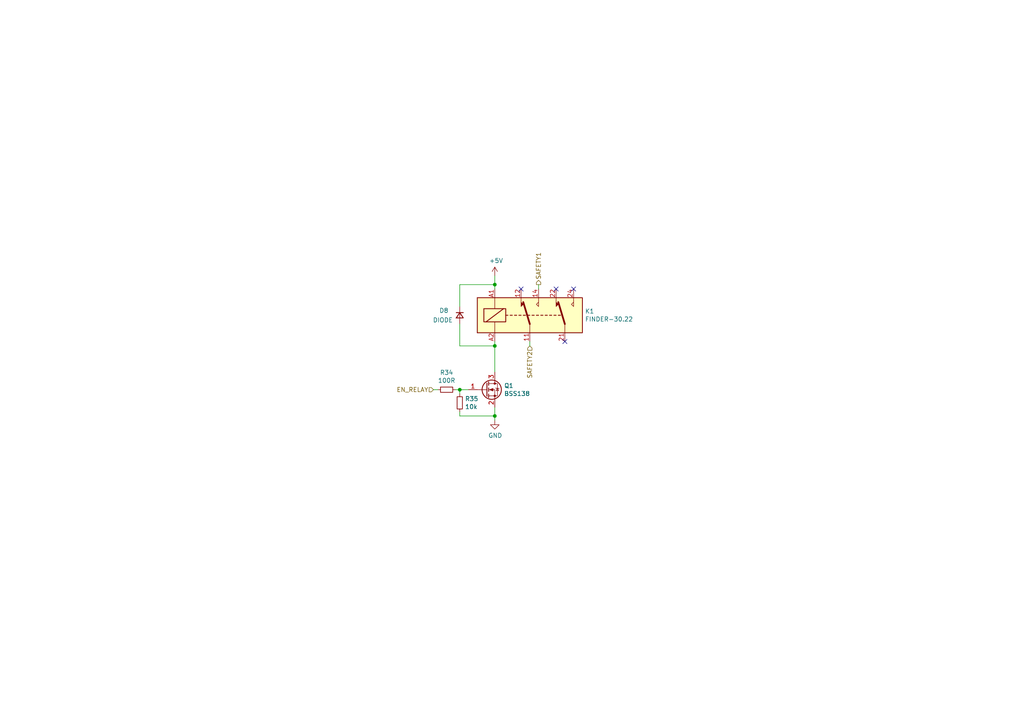
<source format=kicad_sch>
(kicad_sch (version 20230121) (generator eeschema)
  (paper "A4")
  (title_block (title "Safety Relay") (date "2023-04-22") (rev "2.0") (company "S. Sambor") (comment 1 "J. Jurczak") (comment 2 "P. Gawron") (comment 3 "I. Kajdan"))
  (lib_symbols
    (symbol "Device:D_Small" (pin_numbers hide) (pin_names (offset 0.254) hide)
      (property "Reference" "D" (at -1.27 2.032 0))
      (property "Value" "D_Small" (at -3.81 -2.032 0))
      (symbol "D_Small_0_1"
        (polyline (pts (xy -0.762 -1.016) (xy -0.762 1.016)) (stroke (width 0.254)))
        (polyline (pts (xy -0.762 0) (xy 0.762 0)))
        (polyline (pts (xy 0.762 -1.016) (xy -0.762 0) (xy 0.762 1.016) (xy 0.762 -1.016)) (stroke (width 0.254)))
      )
      (symbol "D_Small_1_1"
        (pin passive line (at -2.54 0 0) (length 1.778) (name "K") (number "1"))
        (pin passive line (at 2.54 0 180) (length 1.778) (name "A") (number "2"))
      )
    )
    (symbol "Device:R_Small" (pin_numbers hide) (pin_names (offset 0.254) hide)
      (property "Reference" "R" (at 0.762 0.508 0))
      (property "Value" "R_Small" (at 0.762 -1.016 0))
      (symbol "R_Small_0_1"
        (rectangle (start -0.762 1.778) (end 0.762 -1.778) (stroke (width 0.2032)))
      )
      (symbol "R_Small_1_1"
        (pin passive line (at 0 2.54 270) (length 0.762) (name "~") (number "1"))
        (pin passive line (at 0 -2.54 90) (length 0.762) (name "~") (number "2"))
      )
    )
    (symbol "Relay:FINDER-30.22"
      (property "Reference" "K" (at 16.51 3.81 0))
      (property "Value" "FINDER-30.22" (at 16.51 1.27 0))
      (symbol "FINDER-30.22_0_0"
        (polyline (pts (xy -2.54 5.08) (xy -2.54 2.54) (xy -1.905 3.175) (xy -2.54 3.81)) (fill (type outline)))
        (polyline (pts (xy 2.54 5.08) (xy 2.54 2.54) (xy 1.905 3.175) (xy 2.54 3.81)))
        (polyline (pts (xy 7.62 5.08) (xy 7.62 2.54) (xy 8.255 3.175) (xy 7.62 3.81)) (fill (type outline)))
        (polyline (pts (xy 12.7 5.08) (xy 12.7 2.54) (xy 12.065 3.175) (xy 12.7 3.81)))
      )
      (symbol "FINDER-30.22_0_1"
        (rectangle (start -15.24 5.08) (end 15.24 -5.08) (stroke (width 0.254)) (fill (type background)))
        (rectangle (start -13.335 1.905) (end -6.985 -1.905) (stroke (width 0.254)))
        (polyline (pts (xy -12.7 -1.905) (xy -7.62 1.905)) (stroke (width 0.254)))
        (polyline (pts (xy -10.16 -5.08) (xy -10.16 -1.905)))
        (polyline (pts (xy -10.16 5.08) (xy -10.16 1.905)))
        (polyline (pts (xy -6.985 0) (xy -6.35 0)) (stroke (width 0.254)))
        (polyline (pts (xy -5.715 0) (xy -5.08 0)) (stroke (width 0.254)))
        (polyline (pts (xy -4.445 0) (xy -3.81 0)) (stroke (width 0.254)))
        (polyline (pts (xy -3.175 0) (xy -2.54 0)) (stroke (width 0.254)))
        (polyline (pts (xy -1.905 0) (xy -1.27 0)) (stroke (width 0.254)))
        (polyline (pts (xy -0.635 0) (xy 0 0)) (stroke (width 0.254)))
        (polyline (pts (xy 0 -2.54) (xy -1.905 3.81)) (stroke (width 0.508)))
        (polyline (pts (xy 0 -2.54) (xy 0 -5.08)))
        (polyline (pts (xy 0.635 0) (xy 1.27 0)) (stroke (width 0.254)))
        (polyline (pts (xy 1.905 0) (xy 2.54 0)) (stroke (width 0.254)))
        (polyline (pts (xy 3.175 0) (xy 3.81 0)) (stroke (width 0.254)))
        (polyline (pts (xy 4.445 0) (xy 5.08 0)) (stroke (width 0.254)))
        (polyline (pts (xy 5.715 0) (xy 6.35 0)) (stroke (width 0.254)))
        (polyline (pts (xy 6.985 0) (xy 7.62 0)) (stroke (width 0.254)))
        (polyline (pts (xy 8.255 0) (xy 8.89 0)) (stroke (width 0.254)))
        (polyline (pts (xy 10.16 -2.54) (xy 8.255 3.81)) (stroke (width 0.508)))
        (polyline (pts (xy 10.16 -2.54) (xy 10.16 -5.08)))
      )
      (symbol "FINDER-30.22_1_1"
        (pin passive line (at 0 -7.62 90) (length 2.54) (name "~") (number "11"))
        (pin passive line (at -2.54 7.62 270) (length 2.54) (name "~") (number "12"))
        (pin passive line (at 2.54 7.62 270) (length 2.54) (name "~") (number "14"))
        (pin passive line (at 10.16 -7.62 90) (length 2.54) (name "~") (number "21"))
        (pin passive line (at 7.62 7.62 270) (length 2.54) (name "~") (number "22"))
        (pin passive line (at 12.7 7.62 270) (length 2.54) (name "~") (number "24"))
        (pin passive line (at -10.16 7.62 270) (length 2.54) (name "~") (number "A1"))
        (pin passive line (at -10.16 -7.62 90) (length 2.54) (name "~") (number "A2"))
      )
    )
    (symbol "Transistor_FET:BSS138" (pin_names hide)
      (property "Reference" "Q" (at 5.08 1.905 0))
      (property "Value" "BSS138" (at 5.08 0 0))
      (symbol "BSS138_0_1"
        (polyline (pts (xy 0.254 0) (xy -2.54 0)))
        (polyline (pts (xy 0.254 1.905) (xy 0.254 -1.905)) (stroke (width 0.254)))
        (polyline (pts (xy 0.762 -1.27) (xy 0.762 -2.286)) (stroke (width 0.254)))
        (polyline (pts (xy 0.762 0.508) (xy 0.762 -0.508)) (stroke (width 0.254)))
        (polyline (pts (xy 0.762 2.286) (xy 0.762 1.27)) (stroke (width 0.254)))
        (polyline (pts (xy 2.54 2.54) (xy 2.54 1.778)))
        (polyline (pts (xy 2.54 -2.54) (xy 2.54 0) (xy 0.762 0)))
        (polyline (pts (xy 0.762 -1.778) (xy 3.302 -1.778) (xy 3.302 1.778) (xy 0.762 1.778)))
        (polyline (pts (xy 1.016 0) (xy 2.032 0.381) (xy 2.032 -0.381) (xy 1.016 0)) (fill (type outline)))
        (polyline (pts (xy 2.794 0.508) (xy 2.921 0.381) (xy 3.683 0.381) (xy 3.81 0.254)))
        (polyline (pts (xy 3.302 0.381) (xy 2.921 -0.254) (xy 3.683 -0.254) (xy 3.302 0.381)))
        (circle (center 1.651 0) (radius 2.794) (stroke (width 0.254)))
        (circle (center 2.54 -1.778) (radius 0.254) (fill (type outline)))
        (circle (center 2.54 1.778) (radius 0.254) (fill (type outline)))
      )
      (symbol "BSS138_1_1"
        (pin input line (at -5.08 0 0) (length 2.54) (name "G") (number "1"))
        (pin passive line (at 2.54 -5.08 90) (length 2.54) (name "S") (number "2"))
        (pin passive line (at 2.54 5.08 270) (length 2.54) (name "D") (number "3"))
      )
    )
    (symbol "power:+5V" (power) (pin_names (offset 0))
      (property "Value" "+5V" (at 0 3.556 0))
      (symbol "+5V_0_1"
        (polyline (pts (xy -0.762 1.27) (xy 0 2.54)))
        (polyline (pts (xy 0 0) (xy 0 2.54)))
        (polyline (pts (xy 0 2.54) (xy 0.762 1.27)))
      )
      (symbol "+5V_1_1"
        (pin power_in line (at 0 0 90) (length 0) hide (name "+5V") (number "1"))
      )
    )
    (symbol "power:GND" (power) (pin_names (offset 0))
      (property "Value" "GND" (at 0 -3.81 0))
      (symbol "GND_0_1"
        (polyline (pts (xy 0 0) (xy 0 -1.27) (xy 1.27 -1.27) (xy 0 -2.54) (xy -1.27 -1.27) (xy 0 -1.27)))
      )
      (symbol "GND_1_1"
        (pin power_in line (at 0 0 270) (length 0) hide (name "GND") (number "1"))
      )
    )
  )
  (junction (at 143.51 82.55))
  (junction (at 143.51 120.65))
  (junction (at 133.35 113.03))
  (junction (at 143.51 100.33))
  (no_connect (at 163.83 99.06))
  (no_connect (at 151.13 83.82))
  (no_connect (at 161.29 83.82))
  (no_connect (at 166.37 83.82))
  (wire (pts (xy 133.35 100.33) (xy 143.51 100.33)))
  (wire (pts (xy 143.51 100.33) (xy 143.51 107.95)))
  (wire (pts (xy 133.35 113.03) (xy 133.35 114.3)))
  (wire (pts (xy 153.67 99.06) (xy 153.67 100.33)))
  (wire (pts (xy 133.35 82.55) (xy 133.35 88.9)))
  (wire (pts (xy 156.21 83.82) (xy 156.21 82.55)))
  (wire (pts (xy 143.51 118.11) (xy 143.51 120.65)))
  (wire (pts (xy 133.35 120.65) (xy 143.51 120.65)))
  (wire (pts (xy 135.89 113.03) (xy 133.35 113.03)))
  (wire (pts (xy 133.35 82.55) (xy 143.51 82.55)))
  (wire (pts (xy 143.51 100.33) (xy 143.51 99.06)))
  (wire (pts (xy 133.35 120.65) (xy 133.35 119.38)))
  (wire (pts (xy 143.51 80.01) (xy 143.51 82.55)))
  (wire (pts (xy 143.51 82.55) (xy 143.51 83.82)))
  (wire (pts (xy 143.51 121.92) (xy 143.51 120.65)))
  (wire (pts (xy 127 113.03) (xy 125.73 113.03)))
  (wire (pts (xy 133.35 113.03) (xy 132.08 113.03)))
  (wire (pts (xy 133.35 93.98) (xy 133.35 100.33)))
  (hierarchical_label "EN_RELAY" (shape input) (at 125.73 113.03 180))
  (hierarchical_label "SAFETY2" (shape input) (at 153.67 100.33 270))
  (hierarchical_label "SAFETY1" (shape output) (at 156.21 82.55 90))
  (symbol (lib_id "Relay:FINDER-30.22") (at 153.67 91.44 0) (unit 1)
    (property "Reference" "K1" (at 169.672 90.2716 0) (effects (justify left)))
    (property "Value" "FINDER-30.22" (at 169.672 92.583 0) (effects (justify left)))
    (property "Footprint" "Relay_THT:Relay_DPDT_Finder_30.22" (effects hide))
    (property "Datasheet" "http://gfinder.findernet.com/assets/Series/354/S30EN.pdf" (effects hide))
  )
  (symbol (lib_id "Device:D_Small") (at 133.35 91.44 270) (unit 1)
    (property "Reference" "D8" (at 130.0988 90.0684 90) (effects (justify right)))
    (property "Value" "DIODE" (at 131.3688 92.837 90) (effects (justify right)))
    (property "Footprint" "Diode_SMD:D_SMB" (effects hide))
    (property "Sim.Device" "D" (effects hide))
    (property "Sim.Pins" "1=K 2=A" (effects hide))
  )
  (symbol (lib_id "Transistor_FET:BSS138") (at 140.97 113.03 0) (unit 1)
    (property "Reference" "Q1" (at 146.2024 111.8616 0) (effects (justify left)))
    (property "Value" "BSS138" (at 146.2024 114.173 0) (effects (justify left)))
    (property "Footprint" "Package_TO_SOT_SMD:SOT-23" (effects hide))
    (property "Datasheet" "https://www.fairchildsemi.com/datasheets/BS/BSS138.pdf" (effects hide))
  )
  (symbol (lib_id "Device:R_Small") (at 129.54 113.03 270) (unit 1)
    (property "Reference" "R34" (at 129.54 108.0516 90))
    (property "Value" "100R" (at 129.54 110.363 90))
    (property "Footprint" "Resistor_SMD:R_0603_1608Metric_Pad0.98x0.95mm_HandSolder" (effects hide))
  )
  (symbol (lib_id "Device:R_Small") (at 133.35 116.84 0) (unit 1)
    (property "Reference" "R35" (at 134.8486 115.6716 0) (effects (justify left)))
    (property "Value" "10k" (at 134.8486 117.983 0) (effects (justify left)))
    (property "Footprint" "Resistor_SMD:R_0603_1608Metric_Pad0.98x0.95mm_HandSolder" (effects hide))
  )
  (symbol (lib_id "power:+5V") (at 143.51 80.01 0) (unit 1)
    (property "Reference" "#PWR055" (effects hide))
    (property "Value" "+5V" (at 143.891 75.6158 0))
  )
  (symbol (lib_id "power:GND") (at 143.51 121.92 0) (unit 1)
    (property "Reference" "#PWR056" (effects hide))
    (property "Value" "GND" (at 143.637 126.3142 0))
  )
)
</source>
